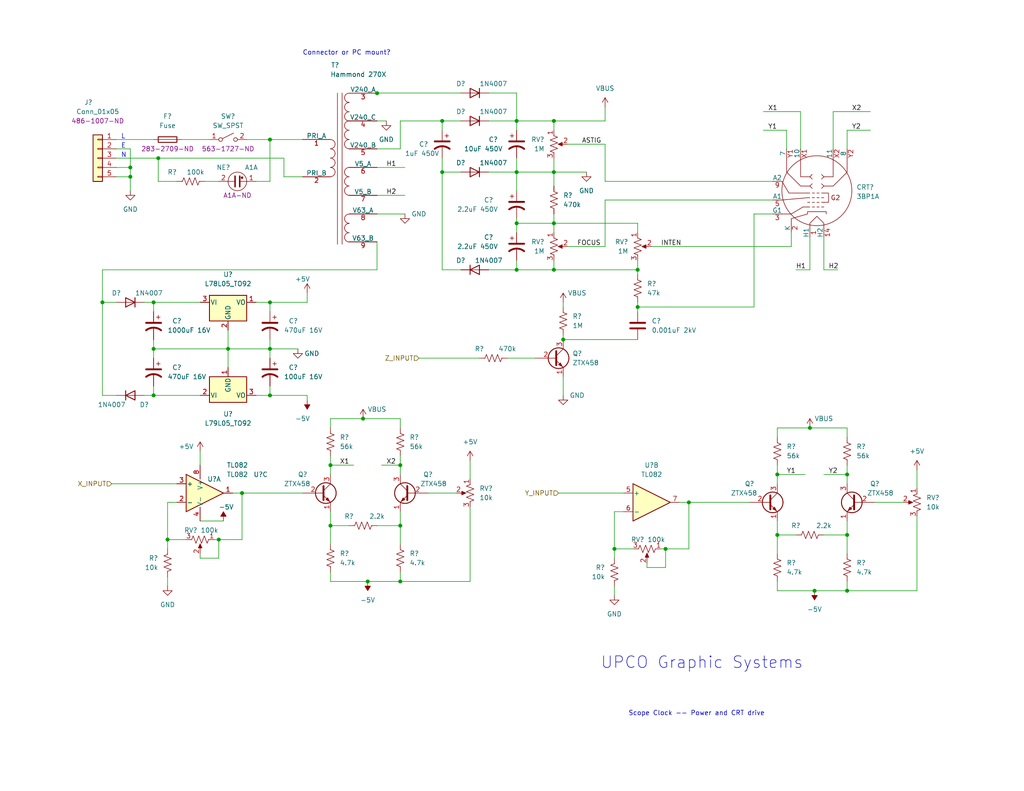
<source format=kicad_sch>
(kicad_sch (version 20211123) (generator eeschema)
  (paper "USLetter")
  (lib_symbols
    (symbol "Amplifier_Operational:TL082" (pin_names (offset 0.127))
      (property "Reference" "U" (at 0 5.08 0))
      (property "Value" "TL082" (at 0 -5.08 0))
      (symbol "TL082_1_1"
        (polyline (pts (xy -5.08 5.08) (xy 5.08 0) (xy -5.08 -5.08) (xy -5.08 5.08)) (stroke (width 0.254)) (fill (type background)))
        (pin output line (at 7.62 0 180) (length 2.54) (name "~") (number "1"))
        (pin input line (at -7.62 -2.54 0) (length 2.54) (name "-") (number "2"))
        (pin input line (at -7.62 2.54 0) (length 2.54) (name "+") (number "3"))
      )
      (symbol "TL082_2_1"
        (polyline (pts (xy -5.08 5.08) (xy 5.08 0) (xy -5.08 -5.08) (xy -5.08 5.08)) (stroke (width 0.254)) (fill (type background)))
        (pin input line (at -7.62 2.54 0) (length 2.54) (name "+") (number "5"))
        (pin input line (at -7.62 -2.54 0) (length 2.54) (name "-") (number "6"))
        (pin output line (at 7.62 0 180) (length 2.54) (name "~") (number "7"))
      )
      (symbol "TL082_3_1"
        (pin power_in line (at -2.54 -7.62 90) (length 3.81) (name "V-") (number "4"))
        (pin power_in line (at -2.54 7.62 270) (length 3.81) (name "V+") (number "8"))
      )
    )
    (symbol "CRT:3BP1A" (pin_names (offset 0))
      (property "Reference" "CRT" (at 14.605 18.415 0))
      (property "Value" "3BP1A" (at 15.875 15.875 0))
      (symbol "3BP1A_0_0"
        (polyline (pts (xy -7.62 10.16) (xy -0.635 10.795)))
        (polyline (pts (xy -5.08 3.81) (xy -5.08 5.08)))
        (polyline (pts (xy -7.62 15.24) (xy -5.715 12.065) (xy -0.635 12.065)))
        (polyline (pts (xy -2.54 21.59) (xy -2.54 16.51) (xy 0 16.51)))
        (polyline (pts (xy 3.81 16.51) (xy 6.35 16.51) (xy 6.35 21.59)))
        (polyline (pts (xy -7.62 6.35) (xy -5.08 6.35) (xy -1.905 8.255) (xy -0.635 8.255)))
        (polyline (pts (xy -6.35 21.59) (xy -6.35 17.78) (xy -2.54 13.97) (xy 0 13.97)))
        (polyline (pts (xy 3.81 13.97) (xy 6.35 13.97) (xy 10.16 17.78) (xy 10.16 21.59)))
        (text "G2" (at 6.985 10.795 0) (effects (font (size 1.27 1.27))))
      )
      (symbol "3BP1A_0_1"
        (polyline (pts (xy -0.635 8.255) (xy 0 8.255)))
        (polyline (pts (xy -0.635 9.525) (xy 0 9.525)))
        (polyline (pts (xy -0.635 10.795) (xy 0 10.795)))
        (polyline (pts (xy -0.635 12.065) (xy 0 12.065)))
        (polyline (pts (xy 0.635 8.255) (xy 1.27 8.255)))
        (polyline (pts (xy 0.635 9.525) (xy 1.27 9.525)))
        (polyline (pts (xy 0.635 10.795) (xy 1.27 10.795)))
        (polyline (pts (xy 0.635 12.065) (xy 1.27 12.065)))
        (polyline (pts (xy 1.905 8.255) (xy 2.54 8.255)))
        (polyline (pts (xy 1.905 9.525) (xy 2.54 9.525)))
        (polyline (pts (xy 1.905 10.795) (xy 2.54 10.795)))
        (polyline (pts (xy 1.905 12.065) (xy 2.54 12.065)))
        (polyline (pts (xy 3.175 8.255) (xy 3.81 8.255)))
        (polyline (pts (xy 3.175 9.525) (xy 3.81 9.525)))
        (polyline (pts (xy 3.175 10.795) (xy 3.81 10.795)))
        (polyline (pts (xy 3.175 12.065) (xy 3.81 12.065)))
        (polyline (pts (xy 0.635 14.605) (xy 0 13.97) (xy 0.635 13.335)))
        (polyline (pts (xy 0.635 17.145) (xy 0 16.51) (xy 0.635 15.875)))
        (polyline (pts (xy 3.175 14.605) (xy 3.81 13.97) (xy 3.175 13.335)))
        (polyline (pts (xy 3.175 17.145) (xy 3.81 16.51) (xy 3.175 15.875)))
        (polyline (pts (xy 3.81 9.525) (xy 5.08 9.525) (xy 5.08 12.065) (xy 3.81 12.065)))
        (polyline (pts (xy -5.08 5.08) (xy -0.635 6.35) (xy -0.635 6.985) (xy 4.445 6.985) (xy 4.445 6.35)))
        (polyline (pts (xy 0 2.54) (xy 0 3.81) (xy 1.905 5.715) (xy 3.81 3.81) (xy 3.81 2.54)))
        (circle (center 1.905 12.7) (radius 9.5461))
      )
      (symbol "3BP1A_1_1"
        (pin passive line (at 0 0 90) (length 2.54) (name "H1") (number "1"))
        (pin passive line (at 3.81 0 90) (length 2.54) (name "H2") (number "14"))
        (pin passive line (at -5.08 1.27 90) (length 2.54) (name "K") (number "2"))
        (pin passive line (at -10.16 6.35 0) (length 2.54) (name "G1") (number "3"))
        (pin passive line (at -10.16 10.16 0) (length 2.54) (name "A1") (number "5"))
        (pin passive line (at -10.16 15.24 0) (length 2.54) (name "A2") (number "9"))
        (pin passive line (at -2.54 24.13 270) (length 2.54) (name "10") (number "X1"))
        (pin passive line (at 6.35 24.13 270) (length 2.54) (name "11") (number "X2"))
        (pin passive line (at -6.35 24.13 270) (length 2.54) (name "7") (number "Y1"))
        (pin passive line (at 10.16 24.13 270) (length 2.54) (name "8") (number "Y2"))
      )
    )
    (symbol "Connector_Generic:Conn_01x05" (pin_names (offset 1.016) hide)
      (property "Reference" "J" (at 0 7.62 0))
      (property "Value" "Conn_01x05" (at 0 -7.62 0))
      (symbol "Conn_01x05_1_1"
        (rectangle (start -1.27 -4.953) (end 0 -5.207) (stroke (width 0.1524)))
        (rectangle (start -1.27 -2.413) (end 0 -2.667) (stroke (width 0.1524)))
        (rectangle (start -1.27 0.127) (end 0 -0.127) (stroke (width 0.1524)))
        (rectangle (start -1.27 2.667) (end 0 2.413) (stroke (width 0.1524)))
        (rectangle (start -1.27 5.207) (end 0 4.953) (stroke (width 0.1524)))
        (rectangle (start -1.27 6.35) (end 1.27 -6.35) (stroke (width 0.254)) (fill (type background)))
        (pin passive line (at -5.08 5.08 0) (length 3.81) (name "Pin_1") (number "1"))
        (pin passive line (at -5.08 2.54 0) (length 3.81) (name "Pin_2") (number "2"))
        (pin passive line (at -5.08 0 0) (length 3.81) (name "Pin_3") (number "3"))
        (pin passive line (at -5.08 -2.54 0) (length 3.81) (name "Pin_4") (number "4"))
        (pin passive line (at -5.08 -5.08 0) (length 3.81) (name "Pin_5") (number "5"))
      )
    )
    (symbol "Device:C" (pin_numbers hide) (pin_names (offset 0.254))
      (property "Reference" "C" (at 0.635 2.54 0))
      (property "Value" "C" (at 0.635 -2.54 0))
      (symbol "C_0_1"
        (polyline (pts (xy -2.032 -0.762) (xy 2.032 -0.762)) (stroke (width 0.508)))
        (polyline (pts (xy -2.032 0.762) (xy 2.032 0.762)) (stroke (width 0.508)))
      )
      (symbol "C_1_1"
        (pin passive line (at 0 3.81 270) (length 2.794) (name "~") (number "1"))
        (pin passive line (at 0 -3.81 90) (length 2.794) (name "~") (number "2"))
      )
    )
    (symbol "Device:C_Polarized_US" (pin_numbers hide) (pin_names (offset 0.254) hide)
      (property "Reference" "C" (at 0.635 2.54 0))
      (property "Value" "C_Polarized_US" (at 0.635 -2.54 0))
      (symbol "C_Polarized_US_0_1"
        (polyline (pts (xy -2.032 0.762) (xy 2.032 0.762)) (stroke (width 0.508)))
        (polyline (pts (xy -1.778 2.286) (xy -0.762 2.286)))
        (polyline (pts (xy -1.27 1.778) (xy -1.27 2.794)))
        (arc (start 2.032 -1.27) (mid 0 -0.5572) (end -2.032 -1.27) (stroke (width 0.508)))
      )
      (symbol "C_Polarized_US_1_1"
        (pin passive line (at 0 3.81 270) (length 2.794) (name "~") (number "1"))
        (pin passive line (at 0 -3.81 90) (length 3.302) (name "~") (number "2"))
      )
    )
    (symbol "Device:Fuse" (pin_numbers hide) (pin_names (offset 0))
      (property "Reference" "F" (at 2.032 0 90))
      (property "Value" "Fuse" (at -1.905 0 90))
      (symbol "Fuse_0_1"
        (rectangle (start -0.762 -2.54) (end 0.762 2.54) (stroke (width 0.254)))
        (polyline (pts (xy 0 2.54) (xy 0 -2.54)))
      )
      (symbol "Fuse_1_1"
        (pin passive line (at 0 3.81 270) (length 1.27) (name "~") (number "1"))
        (pin passive line (at 0 -3.81 90) (length 1.27) (name "~") (number "2"))
      )
    )
    (symbol "Device:Lamp_Neon" (pin_names (offset 0.0254) hide)
      (property "Reference" "NE" (at 0.635 3.81 0))
      (property "Value" "Lamp_Neon" (at 0.635 -3.81 0))
      (symbol "Lamp_Neon_0_1"
        (rectangle (start -1.524 -0.508) (end 1.524 -0.762) (fill (type outline)))
        (rectangle (start -1.524 0.762) (end 1.524 0.508) (fill (type outline)))
        (polyline (pts (xy 0 -2.54) (xy 0 -0.762)))
        (polyline (pts (xy 0 0.762) (xy 0 2.54)))
        (circle (center 0 0) (radius 2.54))
        (circle (center 1.016 -1.27) (radius 0.254) (fill (type outline)))
      )
      (symbol "Lamp_Neon_1_1"
        (pin passive line (at 0 -5.08 90) (length 2.54) (name "~") (number "1"))
        (pin passive line (at 0 5.08 270) (length 2.54) (name "~") (number "2"))
      )
    )
    (symbol "Device:Q_NPN_EBC" (pin_names (offset 0) hide)
      (property "Reference" "Q" (at 5.08 1.27 0))
      (property "Value" "Q_NPN_EBC" (at 5.08 -1.27 0))
      (symbol "Q_NPN_EBC_0_1"
        (polyline (pts (xy 0.635 0.635) (xy 2.54 2.54)))
        (polyline (pts (xy 0.635 -0.635) (xy 2.54 -2.54) (xy 2.54 -2.54)))
        (polyline (pts (xy 0.635 1.905) (xy 0.635 -1.905) (xy 0.635 -1.905)) (stroke (width 0.508)))
        (polyline (pts (xy 1.27 -1.778) (xy 1.778 -1.27) (xy 2.286 -2.286) (xy 1.27 -1.778) (xy 1.27 -1.778)) (fill (type outline)))
        (circle (center 1.27 0) (radius 2.8194) (stroke (width 0.254)))
      )
      (symbol "Q_NPN_EBC_1_1"
        (pin passive line (at 2.54 -5.08 90) (length 2.54) (name "E") (number "1"))
        (pin passive line (at -5.08 0 0) (length 5.715) (name "B") (number "2"))
        (pin passive line (at 2.54 5.08 270) (length 2.54) (name "C") (number "3"))
      )
    )
    (symbol "Device:R_Potentiometer_US" (pin_names (offset 1.016) hide)
      (property "Reference" "RV" (at -4.445 0 90))
      (property "Value" "R_Potentiometer_US" (at -2.54 0 90))
      (symbol "R_Potentiometer_US_0_1"
        (polyline (pts (xy 0 -2.286) (xy 0 -2.54)))
        (polyline (pts (xy 0 2.54) (xy 0 2.286)))
        (polyline (pts (xy 2.54 0) (xy 1.524 0)))
        (polyline (pts (xy 1.143 0) (xy 2.286 0.508) (xy 2.286 -0.508) (xy 1.143 0)) (fill (type outline)))
        (polyline (pts (xy 0 -0.762) (xy 1.016 -1.143) (xy 0 -1.524) (xy -1.016 -1.905) (xy 0 -2.286)))
        (polyline (pts (xy 0 0.762) (xy 1.016 0.381) (xy 0 0) (xy -1.016 -0.381) (xy 0 -0.762)))
        (polyline (pts (xy 0 2.286) (xy 1.016 1.905) (xy 0 1.524) (xy -1.016 1.143) (xy 0 0.762)))
      )
      (symbol "R_Potentiometer_US_1_1"
        (pin passive line (at 0 3.81 270) (length 1.27) (name "1") (number "1"))
        (pin passive line (at 3.81 0 180) (length 1.27) (name "2") (number "2"))
        (pin passive line (at 0 -3.81 90) (length 1.27) (name "3") (number "3"))
      )
    )
    (symbol "Device:R_US" (pin_numbers hide) (pin_names (offset 0))
      (property "Reference" "R" (at 2.54 0 90))
      (property "Value" "R_US" (at -2.54 0 90))
      (symbol "R_US_0_1"
        (polyline (pts (xy 0 -2.286) (xy 0 -2.54)))
        (polyline (pts (xy 0 2.286) (xy 0 2.54)))
        (polyline (pts (xy 0 -0.762) (xy 1.016 -1.143) (xy 0 -1.524) (xy -1.016 -1.905) (xy 0 -2.286)))
        (polyline (pts (xy 0 0.762) (xy 1.016 0.381) (xy 0 0) (xy -1.016 -0.381) (xy 0 -0.762)))
        (polyline (pts (xy 0 2.286) (xy 1.016 1.905) (xy 0 1.524) (xy -1.016 1.143) (xy 0 0.762)))
      )
      (symbol "R_US_1_1"
        (pin passive line (at 0 3.81 270) (length 1.27) (name "~") (number "1"))
        (pin passive line (at 0 -3.81 90) (length 1.27) (name "~") (number "2"))
      )
    )
    (symbol "Diode:1N4007" (pin_numbers hide) (pin_names hide)
      (property "Reference" "D" (at 0 2.54 0))
      (property "Value" "1N4007" (at 0 -2.54 0))
      (symbol "1N4007_0_1"
        (polyline (pts (xy -1.27 1.27) (xy -1.27 -1.27)) (stroke (width 0.254)))
        (polyline (pts (xy 1.27 0) (xy -1.27 0)))
        (polyline (pts (xy 1.27 1.27) (xy 1.27 -1.27) (xy -1.27 0) (xy 1.27 1.27)) (stroke (width 0.254)))
      )
      (symbol "1N4007_1_1"
        (pin passive line (at -3.81 0 0) (length 2.54) (name "K") (number "1"))
        (pin passive line (at 3.81 0 180) (length 2.54) (name "A") (number "2"))
      )
    )
    (symbol "Regulator_Linear:L78L05_TO92" (pin_names (offset 0.254))
      (property "Reference" "U" (at -3.81 3.175 0))
      (property "Value" "L78L05_TO92" (at 0 3.175 0))
      (symbol "L78L05_TO92_0_1"
        (rectangle (start -5.08 -5.08) (end 5.08 1.905) (stroke (width 0.254)) (fill (type background)))
      )
      (symbol "L78L05_TO92_1_1"
        (pin power_out line (at 7.62 0 180) (length 2.54) (name "VO") (number "1"))
        (pin power_in line (at 0 -7.62 90) (length 2.54) (name "GND") (number "2"))
        (pin power_in line (at -7.62 0 0) (length 2.54) (name "VI") (number "3"))
      )
    )
    (symbol "Regulator_Linear:L79L05_TO92" (pin_names (offset 0.254))
      (property "Reference" "U" (at -3.81 -3.175 0))
      (property "Value" "L79L05_TO92" (at 0 -3.175 0))
      (symbol "L79L05_TO92_0_1"
        (rectangle (start -5.08 5.08) (end 5.08 -1.905) (stroke (width 0.254)) (fill (type background)))
      )
      (symbol "L79L05_TO92_1_1"
        (pin power_in line (at 0 7.62 270) (length 2.54) (name "GND") (number "1"))
        (pin power_in line (at -7.62 0 0) (length 2.54) (name "VI") (number "2"))
        (pin power_out line (at 7.62 0 180) (length 2.54) (name "VO") (number "3"))
      )
    )
    (symbol "Switch:SW_SPST" (pin_names (offset 0) hide)
      (property "Reference" "SW" (at 0 3.175 0))
      (property "Value" "SW_SPST" (at 0 -2.54 0))
      (symbol "SW_SPST_0_0"
        (circle (center -2.032 0) (radius 0.508))
        (polyline (pts (xy -1.524 0.254) (xy 1.524 1.778)))
        (circle (center 2.032 0) (radius 0.508))
      )
      (symbol "SW_SPST_1_1"
        (pin passive line (at -5.08 0 0) (length 2.54) (name "A") (number "1"))
        (pin passive line (at 5.08 0 180) (length 2.54) (name "B") (number "2"))
      )
    )
    (symbol "eh_transformers:Hammond 270X" (pin_names (offset 0))
      (property "Reference" "T" (at 0 21.59 0))
      (property "Value" "Hammond 270X" (at 0.635 -26.67 0))
      (symbol "Hammond 270X_0_1"
        (arc (start -2.54 -5.0546) (mid -1.6599 -4.6901) (end -1.27 -3.81))
        (arc (start -2.54 -2.5146) (mid -1.6599 -2.1501) (end -1.27 -1.27))
        (arc (start -2.54 0.0254) (mid -1.6599 0.3899) (end -1.27 1.27))
        (arc (start -2.54 2.5654) (mid -1.6599 2.9299) (end -1.27 3.81))
        (arc (start -1.27 -3.81) (mid -1.642 -2.912) (end -2.54 -2.54))
        (arc (start -1.27 -1.27) (mid -1.642 -0.372) (end -2.54 0))
        (arc (start -1.27 1.27) (mid -1.642 2.168) (end -2.54 2.54))
        (arc (start -1.27 3.81) (mid -1.642 4.708) (end -2.54 5.08))
        (polyline (pts (xy -0.635 -23.495) (xy -0.635 17.78)))
        (polyline (pts (xy 0.635 17.78) (xy 0.635 -23.495)))
        (arc (start 1.2954 -8.89) (mid 1.6599 -9.7701) (end 2.54 -10.1346))
        (arc (start 1.2954 -6.35) (mid 1.6599 -7.2301) (end 2.54 -7.5946))
        (arc (start 1.2954 -3.81) (mid 1.6599 -4.6901) (end 2.54 -5.0546))
        (arc (start 1.2954 3.81) (mid 1.6599 2.9299) (end 2.54 2.5654))
        (arc (start 1.2954 6.35) (mid 1.6599 5.4699) (end 2.54 5.1054))
        (arc (start 1.2954 8.89) (mid 1.6599 8.0099) (end 2.54 7.6454))
        (arc (start 1.3124 -21.632) (mid 1.6769 -22.5121) (end 2.557 -22.8766))
        (arc (start 1.3124 -19.092) (mid 1.6769 -19.9721) (end 2.557 -20.3366))
        (arc (start 1.3124 -16.552) (mid 1.6769 -17.4321) (end 2.557 -17.7966))
        (arc (start 1.3124 11.388) (mid 1.6769 10.5079) (end 2.557 10.1434))
        (arc (start 1.3124 13.928) (mid 1.6769 13.0479) (end 2.557 12.6834))
        (arc (start 1.3124 16.468) (mid 1.6769 15.5879) (end 2.557 15.2234))
        (arc (start 2.54 -7.62) (mid 1.642 -7.992) (end 1.2954 -8.89))
        (arc (start 2.54 -5.08) (mid 1.642 -5.452) (end 1.2954 -6.35))
        (arc (start 2.54 -2.54) (mid 1.642 -2.912) (end 1.2954 -3.81))
        (arc (start 2.54 5.08) (mid 1.642 4.708) (end 1.2954 3.81))
        (arc (start 2.54 7.62) (mid 1.642 7.248) (end 1.2954 6.35))
        (arc (start 2.54 10.16) (mid 1.642 9.788) (end 1.2954 8.89))
        (arc (start 2.557 -20.362) (mid 1.6628 -20.7305) (end 1.3124 -21.632))
        (arc (start 2.557 -17.822) (mid 1.6628 -18.1905) (end 1.3124 -19.092))
        (arc (start 2.557 -15.282) (mid 1.6628 -15.6505) (end 1.3124 -16.552))
        (arc (start 2.557 12.658) (mid 1.6628 12.2895) (end 1.3124 11.388))
        (arc (start 2.557 15.198) (mid 1.6628 14.8295) (end 1.3124 13.928))
        (arc (start 2.557 17.738) (mid 1.6628 17.3695) (end 1.3124 16.468))
      )
      (symbol "Hammond 270X_1_1"
        (pin passive line (at -10.16 5.08 0) (length 7.62) (name "PRI_A") (number "1"))
        (pin passive line (at -10.16 -5.08 0) (length 7.62) (name "PRI_B") (number "2"))
        (pin passive line (at 10.177 17.738 180) (length 7.62) (name "V240_A") (number "3"))
        (pin passive line (at 10.16 10.16 180) (length 7.62) (name "V240_C") (number "4"))
        (pin passive line (at 10.16 2.54 180) (length 7.62) (name "V240_B") (number "5"))
        (pin passive line (at 10.16 -2.54 180) (length 7.62) (name "V5_A") (number "6"))
        (pin passive line (at 10.16 -10.16 180) (length 7.62) (name "V5_B") (number "7"))
        (pin passive line (at 10.16 -15.24 180) (length 7.62) (name "V63_A") (number "8"))
        (pin passive line (at 10.16 -22.86 180) (length 7.62) (name "V63_B") (number "9"))
      )
    )
    (symbol "power:+5V" (power) (pin_names (offset 0))
      (property "Value" "+5V" (at 0 3.556 0))
      (symbol "+5V_0_1"
        (polyline (pts (xy -0.762 1.27) (xy 0 2.54)))
        (polyline (pts (xy 0 0) (xy 0 2.54)))
        (polyline (pts (xy 0 2.54) (xy 0.762 1.27)))
      )
      (symbol "+5V_1_1"
        (pin power_in line (at 0 0 90) (length 0) hide (name "+5V") (number "1"))
      )
    )
    (symbol "power:-5V" (power) (pin_names (offset 0))
      (property "Value" "-5V" (at 0 3.81 0))
      (symbol "-5V_0_0"
        (pin power_in line (at 0 0 90) (length 0) hide (name "-5V") (number "1"))
      )
      (symbol "-5V_0_1"
        (polyline (pts (xy 0 0) (xy 0 1.27) (xy 0.762 1.27) (xy 0 2.54) (xy -0.762 1.27) (xy 0 1.27)) (fill (type outline)))
      )
    )
    (symbol "power:GND" (power) (pin_names (offset 0))
      (property "Value" "GND" (at 0 -3.81 0))
      (symbol "GND_0_1"
        (polyline (pts (xy 0 0) (xy 0 -1.27) (xy 1.27 -1.27) (xy 0 -2.54) (xy -1.27 -1.27) (xy 0 -1.27)))
      )
      (symbol "GND_1_1"
        (pin power_in line (at 0 0 270) (length 0) hide (name "GND") (number "1"))
      )
    )
    (symbol "power:VBUS" (power) (pin_names (offset 0))
      (property "Value" "VBUS" (at 0 3.81 0))
      (symbol "VBUS_0_1"
        (polyline (pts (xy -0.762 1.27) (xy 0 2.54)))
        (polyline (pts (xy 0 0) (xy 0 2.54)))
        (polyline (pts (xy 0 2.54) (xy 0.762 1.27)))
      )
      (symbol "VBUS_1_1"
        (pin power_in line (at 0 0 90) (length 0) hide (name "VBUS") (number "1"))
      )
    )
  )
  (junction (at 100.33 158.75))
  (junction (at 43.18 43.18))
  (junction (at 102.887 25.442))
  (junction (at 66.04 134.62))
  (junction (at 90.17 127))
  (junction (at 27.94 82.55))
  (junction (at 140.97 33.02))
  (junction (at 45.72 147.32))
  (junction (at 140.97 60.96))
  (junction (at 153.67 92.71))
  (junction (at 35.56 48.26))
  (junction (at 41.91 95.25))
  (junction (at 167.64 149.86))
  (junction (at 212.09 129.54))
  (junction (at 151.13 46.99))
  (junction (at 62.23 95.25))
  (junction (at 41.91 107.95))
  (junction (at 220.98 116.84))
  (junction (at 109.22 158.75))
  (junction (at 151.13 60.96))
  (junction (at 73.66 82.55))
  (junction (at 59.69 147.32))
  (junction (at 140.97 46.99))
  (junction (at 73.66 107.95))
  (junction (at 231.14 161.29))
  (junction (at 231.14 129.54))
  (junction (at 173.99 73.66))
  (junction (at 109.22 127))
  (junction (at 222.25 161.29))
  (junction (at 151.13 33.02))
  (junction (at 120.65 46.99))
  (junction (at 187.96 137.16))
  (junction (at 41.91 82.55))
  (junction (at 35.56 45.72))
  (junction (at 231.14 146.05))
  (junction (at 99.06 114.3))
  (junction (at 140.97 73.66))
  (junction (at 73.66 38.1))
  (junction (at 151.13 73.66))
  (junction (at 120.65 33.02))
  (junction (at 212.09 146.05))
  (junction (at 73.66 95.25))
  (junction (at 173.99 83.82))
  (junction (at 181.61 149.86))
  (junction (at 109.22 143.51))
  (junction (at 90.17 143.51))
  (wire (pts (xy 208.28 35.56) (xy 214.63 35.56)))
  (wire (pts (xy 173.99 73.66) (xy 151.13 73.66)))
  (wire (pts (xy 151.13 35.56) (xy 151.13 33.02)))
  (wire (pts (xy 128.27 138.43) (xy 128.27 158.75)))
  (wire (pts (xy 35.56 45.72) (xy 35.56 48.26)))
  (wire (pts (xy 69.85 107.95) (xy 73.66 107.95)))
  (wire (pts (xy 151.13 73.66) (xy 140.97 73.66)))
  (wire (pts (xy 58.42 147.32) (xy 59.69 147.32)))
  (wire (pts (xy 227.33 30.48) (xy 237.49 30.48)))
  (wire (pts (xy 231.14 146.05) (xy 224.79 146.05)))
  (wire (pts (xy 45.72 147.32) (xy 45.72 149.86)))
  (wire (pts (xy 90.17 127) (xy 96.52 127)))
  (wire (pts (xy 173.99 83.82) (xy 205.74 83.82)))
  (wire (pts (xy 231.14 35.56) (xy 237.49 35.56)))
  (wire (pts (xy 41.91 82.55) (xy 54.61 82.55)))
  (wire (pts (xy 90.17 127) (xy 90.17 129.54)))
  (wire (pts (xy 54.61 123.19) (xy 54.61 127)))
  (wire (pts (xy 212.09 161.29) (xy 222.25 161.29)))
  (wire (pts (xy 153.67 92.71) (xy 173.99 92.71)))
  (wire (pts (xy 222.25 161.29) (xy 231.14 161.29)))
  (wire (pts (xy 165.1 54.61) (xy 210.82 54.61)))
  (wire (pts (xy 102.87 33.02) (xy 105.41 33.02)))
  (wire (pts (xy 187.96 149.86) (xy 187.96 137.16)))
  (wire (pts (xy 165.1 29.21) (xy 165.1 33.02)))
  (wire (pts (xy 125.73 73.66) (xy 120.65 73.66)))
  (wire (pts (xy 109.22 124.46) (xy 109.22 127)))
  (wire (pts (xy 54.61 152.4) (xy 54.61 151.13)))
  (wire (pts (xy 66.04 147.32) (xy 66.04 134.62)))
  (wire (pts (xy 27.94 73.66) (xy 27.94 82.55)))
  (wire (pts (xy 62.23 90.17) (xy 62.23 95.25)))
  (wire (pts (xy 153.67 83.82) (xy 153.67 82.55)))
  (wire (pts (xy 104.14 127) (xy 109.22 127)))
  (wire (pts (xy 109.22 139.7) (xy 109.22 143.51)))
  (wire (pts (xy 109.22 143.51) (xy 109.22 148.59)))
  (wire (pts (xy 62.23 95.25) (xy 73.66 95.25)))
  (wire (pts (xy 31.75 43.18) (xy 43.18 43.18)))
  (wire (pts (xy 212.09 116.84) (xy 220.98 116.84)))
  (wire (pts (xy 83.82 80.01) (xy 83.82 82.55)))
  (wire (pts (xy 165.1 49.53) (xy 210.82 49.53)))
  (wire (pts (xy 133.35 73.66) (xy 140.97 73.66)))
  (wire (pts (xy 177.8 67.31) (xy 215.9 67.31)))
  (wire (pts (xy 151.13 43.18) (xy 151.13 46.99)))
  (wire (pts (xy 231.14 40.64) (xy 231.14 35.56)))
  (wire (pts (xy 109.22 158.75) (xy 109.22 156.21)))
  (wire (pts (xy 151.13 71.12) (xy 151.13 73.66)))
  (wire (pts (xy 167.64 160.02) (xy 167.64 162.56)))
  (wire (pts (xy 153.67 91.44) (xy 153.67 92.71)))
  (wire (pts (xy 153.67 102.87) (xy 153.67 107.95)))
  (wire (pts (xy 250.19 128.27) (xy 250.19 133.35)))
  (wire (pts (xy 167.64 149.86) (xy 167.64 152.4)))
  (wire (pts (xy 224.79 73.66) (xy 228.6 73.66)))
  (wire (pts (xy 217.17 146.05) (xy 212.09 146.05)))
  (wire (pts (xy 55.88 49.53) (xy 59.69 49.53)))
  (wire (pts (xy 140.97 46.99) (xy 140.97 52.07)))
  (wire (pts (xy 231.14 161.29) (xy 231.14 158.75)))
  (wire (pts (xy 205.74 83.82) (xy 205.74 58.42)))
  (wire (pts (xy 128.27 158.75) (xy 109.22 158.75)))
  (wire (pts (xy 45.72 157.48) (xy 45.72 160.02)))
  (wire (pts (xy 140.97 59.69) (xy 140.97 60.96)))
  (wire (pts (xy 73.66 107.95) (xy 83.82 107.95)))
  (wire (pts (xy 109.22 114.3) (xy 109.22 116.84)))
  (wire (pts (xy 27.94 82.55) (xy 27.94 107.95)))
  (wire (pts (xy 39.37 82.55) (xy 41.91 82.55)))
  (wire (pts (xy 59.69 147.32) (xy 59.69 152.4)))
  (wire (pts (xy 102.87 40.64) (xy 109.22 40.64)))
  (wire (pts (xy 140.97 46.99) (xy 133.35 46.99)))
  (wire (pts (xy 35.56 40.64) (xy 35.56 45.72)))
  (wire (pts (xy 109.22 143.51) (xy 102.87 143.51)))
  (wire (pts (xy 212.09 146.05) (xy 212.09 151.13)))
  (wire (pts (xy 138.43 97.79) (xy 146.05 97.79)))
  (wire (pts (xy 140.97 60.96) (xy 151.13 60.96)))
  (wire (pts (xy 31.75 48.26) (xy 35.56 48.26)))
  (wire (pts (xy 102.87 25.4) (xy 125.73 25.4)))
  (wire (pts (xy 227.33 40.64) (xy 227.33 30.48)))
  (wire (pts (xy 205.74 58.42) (xy 210.82 58.42)))
  (wire (pts (xy 187.96 137.16) (xy 204.47 137.16)))
  (wire (pts (xy 250.19 140.97) (xy 250.19 161.29)))
  (wire (pts (xy 116.84 134.62) (xy 124.46 134.62)))
  (wire (pts (xy 90.17 156.21) (xy 90.17 158.75)))
  (wire (pts (xy 151.13 60.96) (xy 151.13 63.5)))
  (wire (pts (xy 62.23 95.25) (xy 62.23 100.33)))
  (wire (pts (xy 102.87 53.34) (xy 110.49 53.34)))
  (wire (pts (xy 140.97 25.4) (xy 140.97 33.02)))
  (wire (pts (xy 151.13 46.99) (xy 151.13 50.8)))
  (wire (pts (xy 140.97 43.18) (xy 140.97 46.99)))
  (wire (pts (xy 133.35 33.02) (xy 140.97 33.02)))
  (wire (pts (xy 109.22 33.02) (xy 120.65 33.02)))
  (wire (pts (xy 67.31 38.1) (xy 73.66 38.1)))
  (wire (pts (xy 215.9 63.5) (xy 215.9 67.31)))
  (wire (pts (xy 100.33 158.75) (xy 109.22 158.75)))
  (wire (pts (xy 120.65 46.99) (xy 125.73 46.99)))
  (wire (pts (xy 102.87 58.42) (xy 110.49 58.42)))
  (wire (pts (xy 152.4 134.62) (xy 170.18 134.62)))
  (wire (pts (xy 41.91 107.95) (xy 54.61 107.95)))
  (wire (pts (xy 41.91 95.25) (xy 41.91 97.79)))
  (wire (pts (xy 95.25 143.51) (xy 90.17 143.51)))
  (wire (pts (xy 99.06 114.3) (xy 109.22 114.3)))
  (wire (pts (xy 181.61 149.86) (xy 187.96 149.86)))
  (wire (pts (xy 31.75 38.1) (xy 41.91 38.1)))
  (wire (pts (xy 59.69 147.32) (xy 66.04 147.32)))
  (wire (pts (xy 218.44 40.64) (xy 218.44 30.48)))
  (wire (pts (xy 90.17 114.3) (xy 99.06 114.3)))
  (wire (pts (xy 151.13 58.42) (xy 151.13 60.96)))
  (wire (pts (xy 250.19 161.29) (xy 231.14 161.29)))
  (wire (pts (xy 181.61 154.94) (xy 176.53 154.94)))
  (wire (pts (xy 133.35 25.4) (xy 140.97 25.4)))
  (wire (pts (xy 43.18 43.18) (xy 77.47 43.18)))
  (wire (pts (xy 220.98 64.77) (xy 220.98 73.66)))
  (wire (pts (xy 90.17 124.46) (xy 90.17 127)))
  (wire (pts (xy 83.82 109.22) (xy 83.82 107.95)))
  (wire (pts (xy 220.98 116.84) (xy 231.14 116.84)))
  (wire (pts (xy 73.66 95.25) (xy 81.28 95.25)))
  (wire (pts (xy 102.87 45.72) (xy 110.49 45.72)))
  (wire (pts (xy 63.5 134.62) (xy 66.04 134.62)))
  (wire (pts (xy 151.13 46.99) (xy 160.02 46.99)))
  (wire (pts (xy 212.09 127) (xy 212.09 129.54)))
  (wire (pts (xy 41.91 107.95) (xy 41.91 105.41)))
  (wire (pts (xy 73.66 82.55) (xy 73.66 85.09)))
  (wire (pts (xy 31.75 40.64) (xy 35.56 40.64)))
  (wire (pts (xy 66.04 134.62) (xy 82.55 134.62)))
  (wire (pts (xy 231.14 127) (xy 231.14 129.54)))
  (wire (pts (xy 39.37 107.95) (xy 41.91 107.95)))
  (wire (pts (xy 128.27 125.73) (xy 128.27 130.81)))
  (wire (pts (xy 154.94 67.31) (xy 165.1 67.31)))
  (wire (pts (xy 73.66 49.53) (xy 73.66 38.1)))
  (wire (pts (xy 151.13 33.02) (xy 140.97 33.02)))
  (wire (pts (xy 151.13 60.96) (xy 173.99 60.96)))
  (wire (pts (xy 172.72 149.86) (xy 167.64 149.86)))
  (wire (pts (xy 43.18 49.53) (xy 43.18 43.18)))
  (wire (pts (xy 167.64 139.7) (xy 170.18 139.7)))
  (wire (pts (xy 238.76 137.16) (xy 246.38 137.16)))
  (wire (pts (xy 90.17 158.75) (xy 100.33 158.75)))
  (wire (pts (xy 173.99 73.66) (xy 173.99 74.93)))
  (wire (pts (xy 73.66 92.71) (xy 73.66 95.25)))
  (wire (pts (xy 109.22 127) (xy 109.22 129.54)))
  (wire (pts (xy 140.97 33.02) (xy 140.97 35.56)))
  (wire (pts (xy 224.79 129.54) (xy 231.14 129.54)))
  (wire (pts (xy 154.94 39.37) (xy 165.1 39.37)))
  (wire (pts (xy 45.72 137.16) (xy 48.26 137.16)))
  (wire (pts (xy 120.65 43.18) (xy 120.65 46.99)))
  (wire (pts (xy 59.69 152.4) (xy 54.61 152.4)))
  (wire (pts (xy 50.8 147.32) (xy 45.72 147.32)))
  (wire (pts (xy 41.91 95.25) (xy 62.23 95.25)))
  (wire (pts (xy 120.65 33.02) (xy 120.65 35.56)))
  (wire (pts (xy 69.85 82.55) (xy 73.66 82.55)))
  (wire (pts (xy 224.79 64.77) (xy 224.79 73.66)))
  (wire (pts (xy 90.17 143.51) (xy 90.17 139.7)))
  (wire (pts (xy 120.65 33.02) (xy 125.73 33.02)))
  (wire (pts (xy 212.09 129.54) (xy 219.71 129.54)))
  (wire (pts (xy 90.17 143.51) (xy 90.17 148.59)))
  (wire (pts (xy 30.48 132.08) (xy 48.26 132.08)))
  (wire (pts (xy 35.56 48.26) (xy 35.56 52.07)))
  (wire (pts (xy 231.14 116.84) (xy 231.14 119.38)))
  (wire (pts (xy 69.85 49.53) (xy 73.66 49.53)))
  (wire (pts (xy 31.75 107.95) (xy 27.94 107.95)))
  (wire (pts (xy 102.87 73.66) (xy 27.94 73.66)))
  (wire (pts (xy 140.97 46.99) (xy 151.13 46.99)))
  (wire (pts (xy 173.99 71.12) (xy 173.99 73.66)))
  (wire (pts (xy 181.61 149.86) (xy 181.61 154.94)))
  (wire (pts (xy 102.87 66.04) (xy 102.87 73.66)))
  (wire (pts (xy 73.66 82.55) (xy 83.82 82.55)))
  (wire (pts (xy 120.65 73.66) (xy 120.65 46.99)))
  (wire (pts (xy 212.09 119.38) (xy 212.09 116.84)))
  (wire (pts (xy 54.61 142.24) (xy 60.96 142.24)))
  (wire (pts (xy 45.72 147.32) (xy 45.72 137.16)))
  (wire (pts (xy 73.66 95.25) (xy 73.66 97.79)))
  (wire (pts (xy 73.66 38.1) (xy 82.55 38.1)))
  (wire (pts (xy 109.22 40.64) (xy 109.22 33.02)))
  (wire (pts (xy 27.94 82.55) (xy 31.75 82.55)))
  (wire (pts (xy 212.09 129.54) (xy 212.09 132.08)))
  (wire (pts (xy 167.64 149.86) (xy 167.64 139.7)))
  (wire (pts (xy 31.75 45.72) (xy 35.56 45.72)))
  (wire (pts (xy 140.97 60.96) (xy 140.97 63.5)))
  (wire (pts (xy 173.99 83.82) (xy 173.99 82.55)))
  (wire (pts (xy 214.63 40.64) (xy 214.63 35.56)))
  (wire (pts (xy 217.17 73.66) (xy 220.98 73.66)))
  (wire (pts (xy 77.47 43.18) (xy 77.47 48.26)))
  (wire (pts (xy 185.42 137.16) (xy 187.96 137.16)))
  (wire (pts (xy 173.99 60.96) (xy 173.99 63.5)))
  (wire (pts (xy 176.53 154.94) (xy 176.53 153.67)))
  (wire (pts (xy 231.14 142.24) (xy 231.14 146.05)))
  (wire (pts (xy 73.66 105.41) (xy 73.66 107.95)))
  (wire (pts (xy 231.14 129.54) (xy 231.14 132.08)))
  (wire (pts (xy 49.53 38.1) (xy 57.15 38.1)))
  (wire (pts (xy 151.13 33.02) (xy 165.1 33.02)))
  (wire (pts (xy 41.91 82.55) (xy 41.91 85.09)))
  (wire (pts (xy 114.3 97.79) (xy 130.81 97.79)))
  (wire (pts (xy 165.1 67.31) (xy 165.1 54.61)))
  (wire (pts (xy 180.34 149.86) (xy 181.61 149.86)))
  (wire (pts (xy 90.17 116.84) (xy 90.17 114.3)))
  (wire (pts (xy 165.1 39.37) (xy 165.1 49.53)))
  (wire (pts (xy 41.91 92.71) (xy 41.91 95.25)))
  (wire (pts (xy 77.47 48.26) (xy 82.55 48.26)))
  (wire (pts (xy 140.97 73.66) (xy 140.97 71.12)))
  (wire (pts (xy 208.28 30.48) (xy 218.44 30.48)))
  (wire (pts (xy 212.09 146.05) (xy 212.09 142.24)))
  (wire (pts (xy 173.99 85.09) (xy 173.99 83.82)))
  (wire (pts (xy 48.26 49.53) (xy 43.18 49.53)))
  (wire (pts (xy 212.09 158.75) (xy 212.09 161.29)))
  (wire (pts (xy 231.14 146.05) (xy 231.14 151.13)))
  (text "N" (at 33.02 43.18 0) (effects (font (size 1.27 1.27)) (justify left bottom)))
  (text "Scope Clock -- Power and CRT drive" (at 171.45 195.58 0) (effects (font (size 1.27 1.27)) (justify left bottom)))
  (text "Connector or PC mount?" (at 82.55 15.24 0) (effects (font (size 1.27 1.27)) (justify left bottom)))
  (text "E" (at 33.02 40.64 0) (effects (font (size 1.27 1.27)) (justify left bottom)))
  (text "L" (at 33.02 38.1 0) (effects (font (size 1.27 1.27)) (justify left bottom)))
  (text "UPCO Graphic Systems" (at 163.83 182.88 0) (effects (font (size 3.175 3.175)) (justify left bottom)))
  (label "Y1" (at 209.55 35.56 0))
  (label "Y2" (at 232.41 35.56 0))
  (label "X2" (at 232.41 30.48 0))
  (label "H1" (at 217.17 73.66 0))
  (label "Y1" (at 214.63 129.54 0))
  (label "H1" (at 105.41 45.72 0))
  (label "ASTIG" (at 158.75 39.37 0))
  (label "Y2" (at 226.06 129.54 0))
  (label "X1" (at 92.71 127 0))
  (label "INTEN" (at 180.34 67.31 0))
  (label "X2" (at 105.41 127 0))
  (label "H2" (at 105.41 53.34 0))
  (label "FOCUS" (at 157.48 67.31 0))
  (label "X1" (at 209.55 30.48 0))
  (label "H2" (at 226.06 73.66 0))
  (hierarchical_label "Y_INPUT" (shape input) (at 152.4 134.62 180))
  (hierarchical_label "X_INPUT" (shape input) (at 30.48 132.08 180))
  (hierarchical_label "Z_INPUT" (shape input) (at 114.3 97.79 180))
  (symbol (lib_id "Diode:1N4007") (at 35.56 107.95 0) (unit 1)
    (property "Reference" "D?" (at 39.37 110.49 0))
    (property "Value" "1N4007" (at 30.48 110.49 0))
    (property "Footprint" "Diode_THT:D_DO-41_SOD81_P10.16mm_Horizontal" (effects hide))
    (property "Datasheet" "http://www.vishay.com/docs/88503/1n4001.pdf" (effects hide))
  )
  (symbol (lib_id "Device:C_Polarized_US") (at 140.97 39.37 0) (unit 1)
    (property "Reference" "C?" (at 135.89 38.1 0) (effects (justify right)))
    (property "Value" "10uF 450V" (at 137.16 40.64 0) (effects (justify right)))
  )
  (symbol (lib_id "Device:C_Polarized_US") (at 120.65 39.37 0) (mirror y) (unit 1)
    (property "Reference" "C?" (at 114.3 39.37 0) (effects (justify right)))
    (property "Value" "1uF 450V" (at 110.49 41.91 0) (effects (justify right)))
  )
  (symbol (lib_id "Device:R_US") (at 109.22 120.65 0) (unit 1)
    (property "Reference" "R?" (at 111.76 119.3799 0) (effects (justify left)))
    (property "Value" "56k" (at 111.76 121.9199 0) (effects (justify left)))
  )
  (symbol (lib_id "Device:R_US") (at 151.13 54.61 0) (unit 1)
    (property "Reference" "R?" (at 153.67 53.3399 0) (effects (justify left)))
    (property "Value" "470k" (at 153.67 55.8799 0) (effects (justify left)))
  )
  (symbol (lib_id "Diode:1N4007") (at 129.54 33.02 180) (unit 1)
    (property "Reference" "D?" (at 125.73 30.48 0))
    (property "Value" "1N4007" (at 134.62 30.48 0))
    (property "Footprint" "Diode_THT:D_DO-41_SOD81_P10.16mm_Horizontal" (effects hide))
    (property "Datasheet" "http://www.vishay.com/docs/88503/1n4001.pdf" (effects hide))
  )
  (symbol (lib_id "Amplifier_Operational:TL082") (at 177.8 137.16 0) (unit 2)
    (property "Reference" "U?" (at 177.8 127 0))
    (property "Value" "TL082" (at 177.8 129.54 0))
    (property "Datasheet" "http://www.ti.com/lit/ds/symlink/tl081.pdf" (effects hide))
  )
  (symbol (lib_id "Switch:SW_SPST") (at 62.23 38.1 0) (unit 1)
    (property "Reference" "SW?" (at 62.23 31.75 0))
    (property "Value" "SW_SPST" (at 62.23 34.29 0))
    (property "CatNo" "563-1727-ND" (at 62.23 40.64 0))
  )
  (symbol (lib_id "Device:Q_NPN_EBC") (at 233.68 137.16 0) (mirror y) (unit 1)
    (property "Reference" "Q?" (at 240.03 132.08 0) (effects (justify left)))
    (property "Value" "ZTX458" (at 243.84 134.62 0) (effects (justify left)))
  )
  (symbol (lib_id "Device:R_Potentiometer_US") (at 151.13 67.31 0) (unit 1)
    (property "Reference" "RV?" (at 148.59 66.0399 0) (effects (justify right)))
    (property "Value" "1M" (at 148.59 68.5799 0) (effects (justify right)))
  )
  (symbol (lib_id "power:-5V") (at 100.33 158.75 0) (mirror x) (unit 1)
    (property "Reference" "#PWR?" (effects hide))
    (property "Value" "-5V" (at 100.33 163.83 0))
  )
  (symbol (lib_id "power:+5V") (at 250.19 128.27 0) (unit 1)
    (property "Reference" "#PWR?" (effects hide))
    (property "Value" "+5V" (at 250.19 123.19 0))
  )
  (symbol (lib_id "Amplifier_Operational:TL082") (at 55.88 134.62 0) (unit 1)
    (property "Reference" "U?" (at 58.42 130.81 0))
    (property "Value" "TL082" (at 64.77 127 0))
    (property "Datasheet" "http://www.ti.com/lit/ds/symlink/tl081.pdf" (effects hide))
  )
  (symbol (lib_id "Device:R_US") (at 90.17 152.4 0) (unit 1)
    (property "Reference" "R?" (at 92.71 151.1299 0) (effects (justify left)))
    (property "Value" "4.7k" (at 92.71 153.6699 0) (effects (justify left)))
  )
  (symbol (lib_id "Device:R_US") (at 52.07 49.53 90) (unit 1)
    (property "Reference" "R?" (at 46.99 46.99 90))
    (property "Value" "100k" (at 53.34 46.99 90))
  )
  (symbol (lib_id "Device:Lamp_Neon") (at 64.77 49.53 90) (unit 1)
    (property "Reference" "NE?" (at 60.96 45.72 90))
    (property "Value" "A1A" (at 68.58 45.72 90))
    (property "CatNo" "A1A-ND" (at 64.77 53.34 90))
  )
  (symbol (lib_id "Device:R_Potentiometer_US") (at 151.13 39.37 0) (unit 1)
    (property "Reference" "RV?" (at 148.59 38.0999 0) (effects (justify right)))
    (property "Value" "1M" (at 148.59 40.6399 0) (effects (justify right)))
  )
  (symbol (lib_id "Device:R_Potentiometer_US") (at 176.53 149.86 270) (unit 1)
    (property "Reference" "RV?" (at 173.99 147.32 90))
    (property "Value" "100k" (at 179.07 147.32 90))
  )
  (symbol (lib_id "Device:R_US") (at 134.62 97.79 90) (unit 1)
    (property "Reference" "R?" (at 130.81 95.25 90))
    (property "Value" "470k" (at 138.43 95.25 90))
  )
  (symbol (lib_id "Device:Q_NPN_EBC") (at 111.76 134.62 0) (mirror y) (unit 1)
    (property "Reference" "Q?" (at 118.11 129.54 0) (effects (justify left)))
    (property "Value" "ZTX458" (at 121.92 132.08 0) (effects (justify left)))
  )
  (symbol (lib_id "power:GND") (at 167.64 162.56 0) (unit 1)
    (property "Reference" "#PWR?" (effects hide))
    (property "Value" "GND" (at 167.64 167.64 0))
  )
  (symbol (lib_id "Device:R_US") (at 220.98 146.05 90) (unit 1)
    (property "Reference" "R?" (at 217.17 143.51 90))
    (property "Value" "2.2k" (at 224.79 143.51 90))
  )
  (symbol (lib_id "Diode:1N4007") (at 129.54 25.4 180) (unit 1)
    (property "Reference" "D?" (at 125.73 22.86 0))
    (property "Value" "1N4007" (at 134.62 22.86 0))
    (property "Footprint" "Diode_THT:D_DO-41_SOD81_P10.16mm_Horizontal" (effects hide))
    (property "Datasheet" "http://www.vishay.com/docs/88503/1n4001.pdf" (effects hide))
  )
  (symbol (lib_id "Device:R_US") (at 212.09 154.94 0) (unit 1)
    (property "Reference" "R?" (at 214.63 153.6699 0) (effects (justify left)))
    (property "Value" "4.7k" (at 214.63 156.2099 0) (effects (justify left)))
  )
  (symbol (lib_id "Device:R_US") (at 90.17 120.65 0) (unit 1)
    (property "Reference" "R?" (at 92.71 119.3799 0) (effects (justify left)))
    (property "Value" "56k" (at 92.71 121.9199 0) (effects (justify left)))
  )
  (symbol (lib_id "Device:R_Potentiometer_US") (at 54.61 147.32 270) (unit 1)
    (property "Reference" "RV?" (at 52.07 144.78 90))
    (property "Value" "100k" (at 57.15 144.78 90))
  )
  (symbol (lib_id "eh_transformers:Hammond 270X") (at 92.71 43.18 0) (unit 1)
    (property "Reference" "T?" (at 91.44 17.78 0))
    (property "Value" "Hammond 270X" (at 97.79 20.32 0))
  )
  (symbol (lib_id "Device:Fuse") (at 45.72 38.1 90) (unit 1)
    (property "Reference" "F?" (at 45.72 31.75 90))
    (property "Value" "Fuse" (at 45.72 34.29 90))
    (property "CatNo" "283-2709-ND" (at 45.72 40.64 90))
  )
  (symbol (lib_id "Device:C_Polarized_US") (at 140.97 55.88 0) (unit 1)
    (property "Reference" "C?" (at 134.62 54.61 0) (effects (justify right)))
    (property "Value" "2.2uF 450V" (at 135.89 57.15 0) (effects (justify right)))
  )
  (symbol (lib_id "power:VBUS") (at 220.98 116.84 0) (unit 1)
    (property "Reference" "#PWR?" (effects hide))
    (property "Value" "VBUS" (at 224.79 114.3 0))
  )
  (symbol (lib_id "power:GND") (at 110.49 58.42 0) (unit 1)
    (property "Reference" "#PWR?" (effects hide))
    (property "Value" "GND" (at 114.3 58.42 0))
  )
  (symbol (lib_id "power:-5V") (at 222.25 161.29 0) (mirror x) (unit 1)
    (property "Reference" "#PWR?" (effects hide))
    (property "Value" "-5V" (at 222.25 166.37 0))
  )
  (symbol (lib_id "power:+5V") (at 83.82 80.01 0) (unit 1)
    (property "Reference" "#PWR?" (effects hide))
    (property "Value" "+5V" (at 82.55 76.2 0))
  )
  (symbol (lib_id "Regulator_Linear:L78L05_TO92") (at 62.23 82.55 0) (unit 1)
    (property "Reference" "U?" (at 62.23 74.93 0))
    (property "Value" "L78L05_TO92" (at 62.23 77.47 0))
    (property "Footprint" "Package_TO_SOT_THT:TO-92_Inline" (effects hide))
    (property "Datasheet" "http://www.st.com/content/ccc/resource/technical/document/datasheet/15/55/e5/aa/23/5b/43/fd/CD00000446.pdf/files/CD00000446.pdf/jcr:content/translations/en.CD00000446.pdf" (effects hide))
  )
  (symbol (lib_id "Device:R_Potentiometer_US") (at 173.99 67.31 0) (unit 1)
    (property "Reference" "RV?" (at 171.45 66.0399 0) (effects (justify right)))
    (property "Value" "1M" (at 171.45 68.5799 0) (effects (justify right)))
  )
  (symbol (lib_id "power:VBUS") (at 153.67 82.55 0) (unit 1)
    (property "Reference" "#PWR?" (effects hide))
    (property "Value" "VBUS" (at 157.48 80.01 0))
  )
  (symbol (lib_id "power:-5V") (at 60.96 142.24 0) (unit 1)
    (property "Reference" "#PWR?" (effects hide))
    (property "Value" "-5V" (at 59.69 138.43 0) (effects (justify left)))
  )
  (symbol (lib_id "Diode:1N4007") (at 129.54 73.66 0) (mirror x) (unit 1)
    (property "Reference" "D?" (at 125.73 71.12 0))
    (property "Value" "1N4007" (at 133.35 71.12 0))
    (property "Footprint" "Diode_THT:D_DO-41_SOD81_P10.16mm_Horizontal" (effects hide))
    (property "Datasheet" "http://www.vishay.com/docs/88503/1n4001.pdf" (effects hide))
  )
  (symbol (lib_id "power:+5V") (at 54.61 123.19 0) (unit 1)
    (property "Reference" "#PWR?" (effects hide))
    (property "Value" "+5V" (at 50.8 121.92 0))
  )
  (symbol (lib_id "CRT:3BP1A") (at 220.98 64.77 0) (unit 1)
    (property "Reference" "CRT?" (at 233.68 51.1068 0) (effects (justify left)))
    (property "Value" "3BP1A" (at 233.68 53.6468 0) (effects (justify left)))
  )
  (symbol (lib_id "power:-5V") (at 83.82 109.22 0) (mirror x) (unit 1)
    (property "Reference" "#PWR?" (effects hide))
    (property "Value" "-5V" (at 82.55 114.3 0))
  )
  (symbol (lib_id "Device:C_Polarized_US") (at 41.91 101.6 0) (mirror y) (unit 1)
    (property "Reference" "C?" (at 46.99 100.33 0) (effects (justify right)))
    (property "Value" "470uF 16V" (at 45.72 102.87 0) (effects (justify right)))
  )
  (symbol (lib_id "Device:Q_NPN_EBC") (at 209.55 137.16 0) (unit 1)
    (property "Reference" "Q?" (at 203.2 132.08 0) (effects (justify left)))
    (property "Value" "ZTX458" (at 199.39 134.62 0) (effects (justify left)))
  )
  (symbol (lib_id "power:GND") (at 81.28 95.25 0) (unit 1)
    (property "Reference" "#PWR?" (effects hide))
    (property "Value" "GND" (at 85.09 96.52 0))
  )
  (symbol (lib_id "Device:R_US") (at 173.99 78.74 0) (unit 1)
    (property "Reference" "R?" (at 176.53 77.4699 0) (effects (justify left)))
    (property "Value" "47k" (at 176.53 80.0099 0) (effects (justify left)))
  )
  (symbol (lib_id "Device:C_Polarized_US") (at 73.66 101.6 0) (mirror y) (unit 1)
    (property "Reference" "C?" (at 78.74 100.33 0) (effects (justify right)))
    (property "Value" "100uF 16V" (at 77.47 102.87 0) (effects (justify right)))
  )
  (symbol (lib_id "Device:C_Polarized_US") (at 41.91 88.9 0) (mirror y) (unit 1)
    (property "Reference" "C?" (at 46.99 87.63 0) (effects (justify right)))
    (property "Value" "1000uF 16V" (at 45.72 90.17 0) (effects (justify right)))
  )
  (symbol (lib_id "Device:R_US") (at 212.09 123.19 0) (unit 1)
    (property "Reference" "R?" (at 214.63 121.9199 0) (effects (justify left)))
    (property "Value" "56k" (at 214.63 124.4599 0) (effects (justify left)))
  )
  (symbol (lib_id "power:+5V") (at 128.27 125.73 0) (unit 1)
    (property "Reference" "#PWR?" (effects hide))
    (property "Value" "+5V" (at 128.27 120.65 0))
  )
  (symbol (lib_id "power:GND") (at 35.56 52.07 0) (unit 1)
    (property "Reference" "#PWR?" (effects hide))
    (property "Value" "GND" (at 35.56 57.15 0))
  )
  (symbol (lib_id "Device:R_US") (at 231.14 123.19 0) (unit 1)
    (property "Reference" "R?" (at 233.68 121.9199 0) (effects (justify left)))
    (property "Value" "56k" (at 233.68 124.4599 0) (effects (justify left)))
  )
  (symbol (lib_id "power:VBUS") (at 99.06 114.3 0) (unit 1)
    (property "Reference" "#PWR?" (effects hide))
    (property "Value" "VBUS" (at 102.87 111.76 0))
  )
  (symbol (lib_id "Device:R_Potentiometer_US") (at 250.19 137.16 0) (mirror y) (unit 1)
    (property "Reference" "RV?" (at 252.73 135.8899 0) (effects (justify right)))
    (property "Value" "10k" (at 252.73 138.4299 0) (effects (justify right)))
  )
  (symbol (lib_id "Device:R_Potentiometer_US") (at 128.27 134.62 0) (mirror y) (unit 1)
    (property "Reference" "RV?" (at 130.81 133.3499 0) (effects (justify right)))
    (property "Value" "10k" (at 130.81 135.8899 0) (effects (justify right)))
  )
  (symbol (lib_id "power:GND") (at 160.02 46.99 0) (unit 1)
    (property "Reference" "#PWR?" (effects hide))
    (property "Value" "GND" (at 160.02 52.07 0))
  )
  (symbol (lib_id "power:VBUS") (at 165.1 29.21 0) (unit 1)
    (property "Reference" "#PWR?" (effects hide))
    (property "Value" "VBUS" (at 165.1 24.13 0))
  )
  (symbol (lib_id "Device:Q_NPN_EBC") (at 87.63 134.62 0) (unit 1)
    (property "Reference" "Q?" (at 81.28 129.54 0) (effects (justify left)))
    (property "Value" "ZTX458" (at 77.47 132.08 0) (effects (justify left)))
  )
  (symbol (lib_id "Connector_Generic:Conn_01x05") (at 26.67 43.18 0) (mirror y) (unit 1)
    (property "Reference" "J?" (at 24.13 27.94 0))
    (property "Value" "Conn_01x05" (at 26.67 30.48 0))
    (property "CatNo" "486-1007-ND" (at 26.67 33.02 0))
  )
  (symbol (lib_id "Device:R_US") (at 45.72 153.67 0) (mirror x) (unit 1)
    (property "Reference" "R?" (at 43.18 152.3999 0) (effects (justify right)))
    (property "Value" "10k" (at 43.18 154.9399 0) (effects (justify right)))
  )
  (symbol (lib_id "Diode:1N4007") (at 35.56 82.55 180) (unit 1)
    (property "Reference" "D?" (at 31.75 80.01 0))
    (property "Value" "1N4007" (at 40.64 80.01 0))
    (property "Footprint" "Diode_THT:D_DO-41_SOD81_P10.16mm_Horizontal" (effects hide))
    (property "Datasheet" "http://www.vishay.com/docs/88503/1n4001.pdf" (effects hide))
  )
  (symbol (lib_id "Diode:1N4007") (at 129.54 46.99 180) (unit 1)
    (property "Reference" "D?" (at 125.73 44.45 0))
    (property "Value" "1N4007" (at 134.62 44.45 0))
    (property "Footprint" "Diode_THT:D_DO-41_SOD81_P10.16mm_Horizontal" (effects hide))
    (property "Datasheet" "http://www.vishay.com/docs/88503/1n4001.pdf" (effects hide))
  )
  (symbol (lib_id "Device:R_US") (at 153.67 87.63 0) (unit 1)
    (property "Reference" "R?" (at 156.21 86.3599 0) (effects (justify left)))
    (property "Value" "1M" (at 156.21 88.8999 0) (effects (justify left)))
  )
  (symbol (lib_id "power:GND") (at 105.41 33.02 0) (unit 1)
    (property "Reference" "#PWR?" (effects hide))
    (property "Value" "GND" (at 105.41 38.1 0))
  )
  (symbol (lib_id "Device:C_Polarized_US") (at 140.97 67.31 0) (unit 1)
    (property "Reference" "C?" (at 134.62 64.77 0) (effects (justify right)))
    (property "Value" "2.2uF 450V" (at 135.89 67.31 0) (effects (justify right)))
  )
  (symbol (lib_id "Device:C_Polarized_US") (at 73.66 88.9 0) (mirror y) (unit 1)
    (property "Reference" "C?" (at 78.74 87.63 0) (effects (justify right)))
    (property "Value" "470uF 16V" (at 77.47 90.17 0) (effects (justify right)))
  )
  (symbol (lib_id "Device:C") (at 173.99 88.9 0) (unit 1)
    (property "Reference" "C?" (at 177.8 87.6299 0) (effects (justify left)))
    (property "Value" "0.001uF 2kV" (at 177.8 90.1699 0) (effects (justify left)))
  )
  (symbol (lib_id "power:GND") (at 45.72 160.02 0) (unit 1)
    (property "Reference" "#PWR?" (effects hide))
    (property "Value" "GND" (at 45.72 165.1 0))
  )
  (symbol (lib_id "power:GND") (at 153.67 107.95 0) (unit 1)
    (property "Reference" "#PWR?" (effects hide))
    (property "Value" "GND" (at 157.48 107.95 0))
  )
  (symbol (lib_id "Device:R_US") (at 167.64 156.21 0) (mirror x) (unit 1)
    (property "Reference" "R?" (at 165.1 154.9399 0) (effects (justify right)))
    (property "Value" "10k" (at 165.1 157.4799 0) (effects (justify right)))
  )
  (symbol (lib_id "Amplifier_Operational:TL082") (at 57.15 134.62 0) (unit 3)
    (property "Reference" "U?" (at 71.12 129.54 0))
    (property "Value" "TL082" (at 64.77 129.54 0))
    (property "Datasheet" "http://www.ti.com/lit/ds/symlink/tl081.pdf" (effects hide))
  )
  (symbol (lib_id "Device:R_US") (at 231.14 154.94 0) (unit 1)
    (property "Reference" "R?" (at 233.68 153.6699 0) (effects (justify left)))
    (property "Value" "4.7k" (at 233.68 156.2099 0) (effects (justify left)))
  )
  (symbol (lib_id "Device:Q_NPN_EBC") (at 151.13 97.79 0) (unit 1)
    (property "Reference" "Q?" (at 156.21 96.5199 0) (effects (justify left)))
    (property "Value" "ZTX458" (at 156.21 99.0599 0) (effects (justify left)))
  )
  (symbol (lib_id "Regulator_Linear:L79L05_TO92") (at 62.23 107.95 0) (unit 1)
    (property "Reference" "U?" (at 62.23 113.03 0))
    (property "Value" "L79L05_TO92" (at 62.23 115.57 0))
    (property "Footprint" "Package_TO_SOT_THT:TO-92_Inline" (effects hide))
    (property "Datasheet" "http://www.farnell.com/datasheets/1827870.pdf" (effects hide))
  )
  (symbol (lib_id "Device:R_US") (at 109.22 152.4 0) (unit 1)
    (property "Reference" "R?" (at 111.76 151.1299 0) (effects (justify left)))
    (property "Value" "4.7k" (at 111.76 153.6699 0) (effects (justify left)))
  )
  (symbol (lib_id "Device:R_US") (at 99.06 143.51 90) (unit 1)
    (property "Reference" "R?" (at 95.25 140.97 90))
    (property "Value" "2.2k" (at 102.87 140.97 90))
  )
)
</source>
